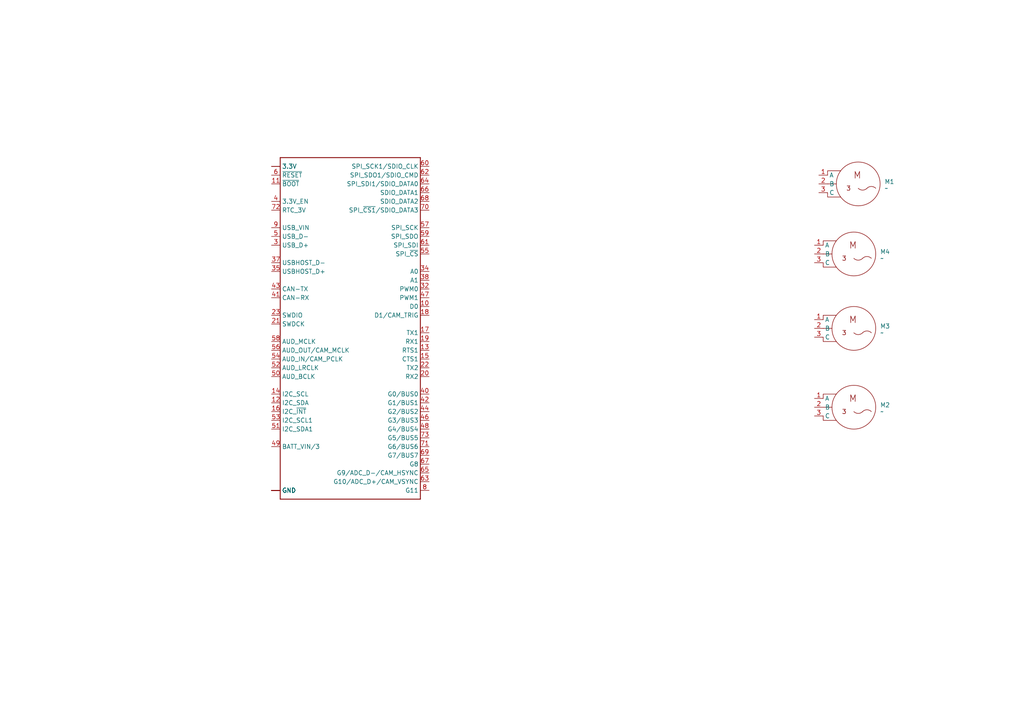
<source format=kicad_sch>
(kicad_sch (version 20231120) (generator "eeschema") (generator_version "8.0")
  (paper "A4")
  (lib_symbols
    (symbol "Motor:1104_motor"
      (property "Reference" "M" (at -1.016 0.254 0))
      (symbol "1104_motor_1_1"
        (polyline (pts (xy 2.54 -5.08) (xy 5.08 -5.08)))
        (polyline (pts (xy 2.54 -7.62) (xy 2.54 -8.89) (xy 6.35 -8.89)))
        (polyline (pts (xy 2.54 -2.54) (xy 2.54 -1.27) (xy 6.35 -1.27)))
        (arc (start 11.43 -6.35) (mid 12.7 -6.8761) (end 13.97 -6.35))
        (circle (center 11.43 -5.08) (radius 6.35))
        (arc (start 16.51 -6.35) (mid 15.24 -5.8239) (end 13.97 -6.35))
        (text "3" (at 8.636 -6.35 0) (effects (font (size 1.27 1.27))))
        (text "M" (at 11.176 -2.54 0) (effects (font (size 1.905 1.905))))
        (pin input line (at 0 -2.54 0) (length 2.54) (name "A") (number "1"))
        (pin input line (at 0 -5.08 0) (length 2.54) (name "B") (number "2"))
        (pin input line (at 0 -7.62 0) (length 2.54) (name "C") (number "3"))
      )
    )
    (symbol "SparkFun-MicroMod:MICROMOD-2222"
      (symbol "MICROMOD-2222_1_0"
        (polyline (pts (xy -20.32 -45.72) (xy -20.32 53.34)) (stroke (width 0.254)))
        (polyline (pts (xy -20.32 53.34) (xy 20.32 53.34)) (stroke (width 0.254)))
        (polyline (pts (xy 20.32 -45.72) (xy -20.32 -45.72)) (stroke (width 0.254)))
        (polyline (pts (xy 20.32 53.34) (xy 20.32 -45.72)) (stroke (width 0.254)))
        (pin bidirectional line (at -22.86 -43.18 0) (length 2.54) (name "GND") (number "1"))
        (pin bidirectional line (at 22.86 10.16 180) (length 2.54) (name "D0") (number "10"))
        (pin bidirectional line (at -22.86 45.72 0) (length 2.54) (name "~{BOOT}") (number "11"))
        (pin bidirectional line (at -22.86 -17.78 0) (length 2.54) (name "I2C_SDA") (number "12"))
        (pin bidirectional line (at 22.86 -2.54 180) (length 2.54) (name "RTS1") (number "13"))
        (pin bidirectional line (at -22.86 -15.24 0) (length 2.54) (name "I2C_SCL") (number "14"))
        (pin bidirectional line (at 22.86 -5.08 180) (length 2.54) (name "CTS1") (number "15"))
        (pin bidirectional line (at -22.86 -20.32 0) (length 2.54) (name "I2C_~{INT}") (number "16"))
        (pin bidirectional line (at 22.86 2.54 180) (length 2.54) (name "TX1") (number "17"))
        (pin bidirectional line (at 22.86 7.62 180) (length 2.54) (name "D1/CAM_TRIG") (number "18"))
        (pin bidirectional line (at 22.86 0 180) (length 2.54) (name "RX1") (number "19"))
        (pin bidirectional line (at -22.86 50.8 0) (length 2.54) (name "3.3V") (number "2"))
        (pin bidirectional line (at 22.86 -10.16 180) (length 2.54) (name "RX2") (number "20"))
        (pin bidirectional line (at -22.86 5.08 0) (length 2.54) (name "SWDCK") (number "21"))
        (pin bidirectional line (at 22.86 -7.62 180) (length 2.54) (name "TX2") (number "22"))
        (pin bidirectional line (at -22.86 7.62 0) (length 2.54) (name "SWDIO") (number "23"))
        (pin bidirectional line (at -22.86 27.94 0) (length 2.54) (name "USB_D+") (number "3"))
        (pin bidirectional line (at 22.86 15.24 180) (length 2.54) (name "PWM0") (number "32"))
        (pin bidirectional line (at -22.86 -43.18 0) (length 2.54) (name "GND") (number "33"))
        (pin bidirectional line (at 22.86 20.32 180) (length 2.54) (name "A0") (number "34"))
        (pin bidirectional line (at -22.86 20.32 0) (length 2.54) (name "USBHOST_D+") (number "35"))
        (pin bidirectional line (at -22.86 -43.18 0) (length 2.54) (name "GND") (number "36"))
        (pin bidirectional line (at -22.86 22.86 0) (length 2.54) (name "USBHOST_D-") (number "37"))
        (pin bidirectional line (at 22.86 17.78 180) (length 2.54) (name "A1") (number "38"))
        (pin bidirectional line (at -22.86 -43.18 0) (length 2.54) (name "GND") (number "39"))
        (pin bidirectional line (at -22.86 40.64 0) (length 2.54) (name "3.3V_EN") (number "4"))
        (pin bidirectional line (at 22.86 -15.24 180) (length 2.54) (name "G0/BUS0") (number "40"))
        (pin bidirectional line (at -22.86 12.7 0) (length 2.54) (name "CAN-RX") (number "41"))
        (pin bidirectional line (at 22.86 -17.78 180) (length 2.54) (name "G1/BUS1") (number "42"))
        (pin bidirectional line (at -22.86 15.24 0) (length 2.54) (name "CAN-TX") (number "43"))
        (pin bidirectional line (at 22.86 -20.32 180) (length 2.54) (name "G2/BUS2") (number "44"))
        (pin bidirectional line (at -22.86 -43.18 0) (length 2.54) (name "GND") (number "45"))
        (pin bidirectional line (at 22.86 -22.86 180) (length 2.54) (name "G3/BUS3") (number "46"))
        (pin bidirectional line (at 22.86 12.7 180) (length 2.54) (name "PWM1") (number "47"))
        (pin bidirectional line (at 22.86 -25.4 180) (length 2.54) (name "G4/BUS4") (number "48"))
        (pin bidirectional line (at -22.86 -30.48 0) (length 2.54) (name "BATT_VIN/3") (number "49"))
        (pin bidirectional line (at -22.86 30.48 0) (length 2.54) (name "USB_D-") (number "5"))
        (pin bidirectional line (at -22.86 -10.16 0) (length 2.54) (name "AUD_BCLK") (number "50"))
        (pin bidirectional line (at -22.86 -25.4 0) (length 2.54) (name "I2C_SDA1") (number "51"))
        (pin bidirectional line (at -22.86 -7.62 0) (length 2.54) (name "AUD_LRCLK") (number "52"))
        (pin bidirectional line (at -22.86 -22.86 0) (length 2.54) (name "I2C_SCL1") (number "53"))
        (pin bidirectional line (at -22.86 -5.08 0) (length 2.54) (name "AUD_IN/CAM_PCLK") (number "54"))
        (pin bidirectional line (at 22.86 25.4 180) (length 2.54) (name "SPI_~{CS}") (number "55"))
        (pin bidirectional line (at -22.86 -2.54 0) (length 2.54) (name "AUD_OUT/CAM_MCLK") (number "56"))
        (pin bidirectional line (at 22.86 33.02 180) (length 2.54) (name "SPI_SCK") (number "57"))
        (pin bidirectional line (at -22.86 0 0) (length 2.54) (name "AUD_MCLK") (number "58"))
        (pin bidirectional line (at 22.86 30.48 180) (length 2.54) (name "SPI_SDO") (number "59"))
        (pin bidirectional line (at -22.86 48.26 0) (length 2.54) (name "~{RESET}") (number "6"))
        (pin bidirectional line (at 22.86 50.8 180) (length 2.54) (name "SPI_SCK1/SDIO_CLK") (number "60"))
        (pin bidirectional line (at 22.86 27.94 180) (length 2.54) (name "SPI_SDI") (number "61"))
        (pin bidirectional line (at 22.86 48.26 180) (length 2.54) (name "SPI_SDO1/SDIO_CMD") (number "62"))
        (pin bidirectional line (at 22.86 -40.64 180) (length 2.54) (name "G10/ADC_D+/CAM_VSYNC") (number "63"))
        (pin bidirectional line (at 22.86 45.72 180) (length 2.54) (name "SPI_SDI1/SDIO_DATA0") (number "64"))
        (pin bidirectional line (at 22.86 -38.1 180) (length 2.54) (name "G9/ADC_D-/CAM_HSYNC") (number "65"))
        (pin bidirectional line (at 22.86 43.18 180) (length 2.54) (name "SDIO_DATA1") (number "66"))
        (pin bidirectional line (at 22.86 -35.56 180) (length 2.54) (name "G8") (number "67"))
        (pin bidirectional line (at 22.86 40.64 180) (length 2.54) (name "SDIO_DATA2") (number "68"))
        (pin bidirectional line (at 22.86 -33.02 180) (length 2.54) (name "G7/BUS7") (number "69"))
        (pin bidirectional line (at -22.86 -43.18 0) (length 2.54) (name "GND") (number "7"))
        (pin bidirectional line (at 22.86 38.1 180) (length 2.54) (name "SPI_~{CS1}/SDIO_DATA3") (number "70"))
        (pin bidirectional line (at 22.86 -30.48 180) (length 2.54) (name "G6/BUS6") (number "71"))
        (pin bidirectional line (at -22.86 38.1 0) (length 2.54) (name "RTC_3V") (number "72"))
        (pin bidirectional line (at 22.86 -27.94 180) (length 2.54) (name "G5/BUS5") (number "73"))
        (pin bidirectional line (at -22.86 50.8 0) (length 2.54) (name "3.3V") (number "74"))
        (pin bidirectional line (at -22.86 -43.18 0) (length 2.54) (name "GND") (number "75"))
        (pin bidirectional line (at 22.86 -43.18 180) (length 2.54) (name "G11") (number "8"))
        (pin bidirectional line (at -22.86 33.02 0) (length 2.54) (name "USB_VIN") (number "9"))
        (pin bidirectional line (at -22.86 -43.18 0) (length 2.54) (name "GND") (number "GND1"))
        (pin bidirectional line (at -22.86 -43.18 0) (length 2.54) (name "GND") (number "GND2"))
        (pin bidirectional line (at -22.86 -43.18 0) (length 2.54) (name "GND") (number "GND3"))
      )
    )
  )
  (symbol (lib_id "Motor:1104_motor") (at 236.22 113.03 0) (unit 1)
    (property "Reference" "M2" (at 255.27 117.4749 0) (effects (justify left)))
    (property "Value" "~" (at 255.27 119.38 0) (effects (justify left)))
    (property "Footprint" "Library:1104_motor" (effects (hide yes)))
    (property "Description" "1104 micro brushless motor" (effects (hide yes)))
  )
  (symbol (lib_id "Motor:1104_motor") (at 236.22 68.58 0) (unit 1)
    (property "Reference" "M4" (at 255.27 73.0249 0) (effects (justify left)))
    (property "Value" "~" (at 255.27 74.93 0) (effects (justify left)))
    (property "Footprint" "Library:1104_motor" (effects (hide yes)))
    (property "Description" "1104 micro brushless motor" (effects (hide yes)))
  )
  (symbol (lib_id "Motor:1104_motor") (at 237.49 48.26 0) (unit 1)
    (property "Reference" "M1" (at 256.54 52.7049 0) (effects (justify left)))
    (property "Value" "~" (at 256.54 54.61 0) (effects (justify left)))
    (property "Footprint" "Library:1104_motor" (effects (hide yes)))
    (property "Description" "1104 micro brushless motor" (effects (hide yes)))
  )
  (symbol (lib_id "Motor:1104_motor") (at 236.22 90.17 0) (unit 1)
    (property "Reference" "M3" (at 255.27 94.6149 0) (effects (justify left)))
    (property "Value" "~" (at 255.27 96.52 0) (effects (justify left)))
    (property "Footprint" "Library:1104_motor" (effects (hide yes)))
    (property "Description" "1104 micro brushless motor" (effects (hide yes)))
  )
  (symbol (lib_id "SparkFun-MicroMod:MICROMOD-2222") (at 101.6 99.06 0) (unit 1)
    (property "Reference" "J1" (effects (hide yes)))
    (property "Footprint" "SparkFun-MicroMod:M.2-CARD-E-22" (effects (hide yes)))
    (property "Description" "MicroMod Connector\n\nDescription: A card edge connector and mating PCB connector to allow various MicroMod Processor Boards to be coupled with various carrier boards of different capabilities. Based on the M.2 standard." (effects (hide yes)))
  )
)
</source>
